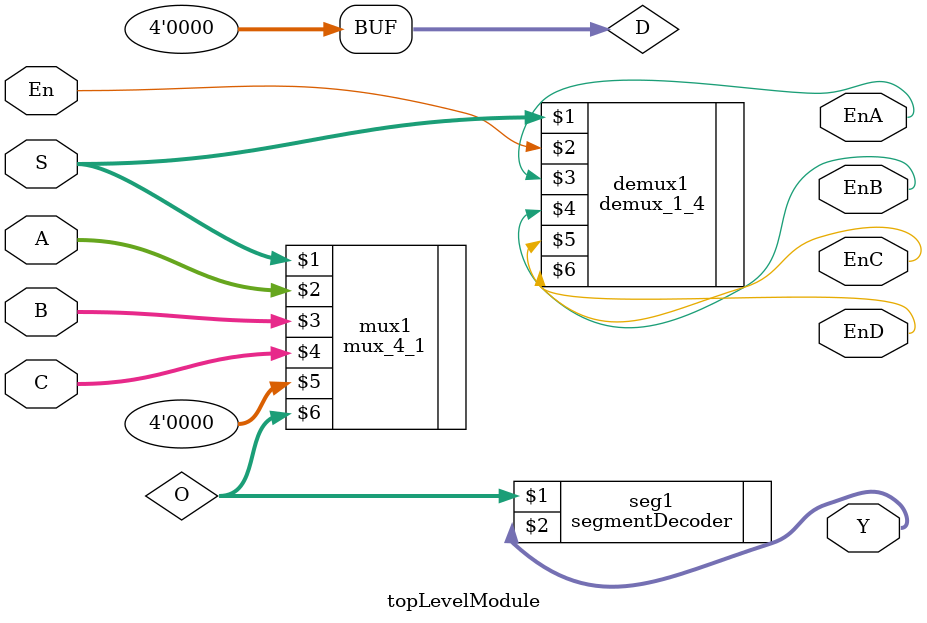
<source format=v>
module topLevelModule(
    input [3:0] A,
    input [3:0] B,
    input [3:0] C,
    input [1:0] S,
    input En,
    output [6:0] Y,
    output EnA,
    output EnB,
    output EnC,
    output EnD
    );
    wire [3:0] D;
    wire [3:0] O;
    assign D = 4'b0000;
    mux_4_1 mux1(S,A,B,C,D,O);
    segmentDecoder seg1 (O,Y);
    demux_1_4 demux1(S,En,EnA,EnB,EnC,EnD);
endmodule

</source>
